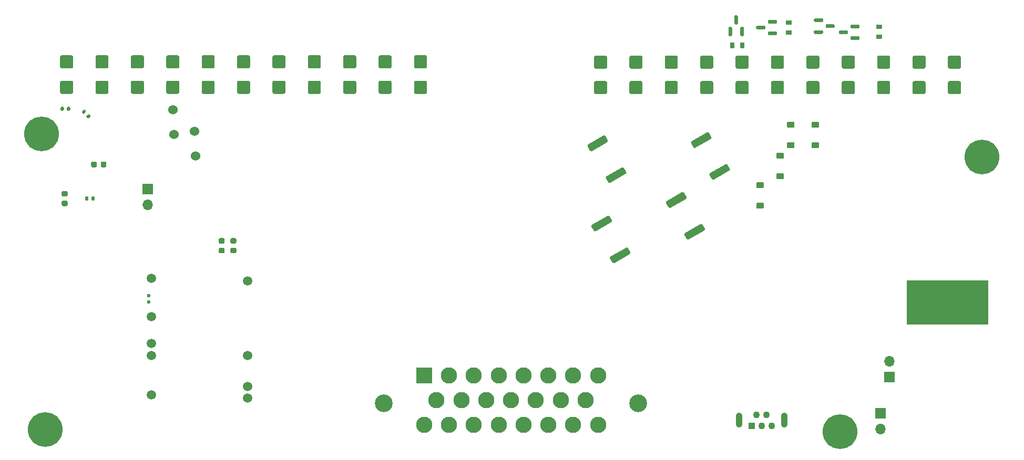
<source format=gbs>
G04 #@! TF.GenerationSoftware,KiCad,Pcbnew,8.0.8-8.0.8-0~ubuntu24.04.1*
G04 #@! TF.CreationDate,2025-02-06T21:48:32+00:00*
G04 #@! TF.ProjectId,VFRECU-VR,56465245-4355-42d5-9652-2e6b69636164,rev?*
G04 #@! TF.SameCoordinates,Original*
G04 #@! TF.FileFunction,Soldermask,Bot*
G04 #@! TF.FilePolarity,Negative*
%FSLAX46Y46*%
G04 Gerber Fmt 4.6, Leading zero omitted, Abs format (unit mm)*
G04 Created by KiCad (PCBNEW 8.0.8-8.0.8-0~ubuntu24.04.1) date 2025-02-06 21:48:32*
%MOMM*%
%LPD*%
G01*
G04 APERTURE LIST*
%ADD10C,0.120000*%
%ADD11C,5.600000*%
%ADD12R,1.700000X1.700000*%
%ADD13O,1.700000X1.700000*%
%ADD14C,1.500000*%
%ADD15C,0.600000*%
%ADD16C,2.850000*%
%ADD17R,2.625000X2.625000*%
%ADD18C,2.625000*%
%ADD19R,1.100000X1.100000*%
%ADD20C,1.100000*%
%ADD21O,1.100000X2.400000*%
%ADD22C,1.524000*%
G04 APERTURE END LIST*
D10*
G04 #@! TO.C,U2*
X156759000Y22030000D02*
X143759000Y22030000D01*
X143759000Y29030000D01*
X156759000Y29030000D01*
X156759000Y22030000D01*
G36*
X156759000Y22030000D02*
G01*
X143759000Y22030000D01*
X143759000Y29030000D01*
X156759000Y29030000D01*
X156759000Y22030000D01*
G37*
G04 #@! TD*
D11*
G04 #@! TO.C,H3*
X5000000Y5000000D03*
G04 #@! TD*
G04 #@! TO.C,H1*
X155885000Y48938000D03*
G04 #@! TD*
D12*
G04 #@! TO.C,JP3*
X139494000Y7635000D03*
D13*
X139494000Y5095000D03*
G04 #@! TD*
D12*
G04 #@! TO.C,JP2*
X21530100Y43771500D03*
D13*
X21530100Y41231500D03*
G04 #@! TD*
D14*
G04 #@! TO.C,M1*
X22089005Y10557001D03*
X22089005Y16956998D03*
X22089005Y18857001D03*
X22089005Y23157001D03*
D15*
X21639006Y25556998D03*
X21639006Y26556999D03*
D14*
X22089005Y29407001D03*
X37589002Y10106999D03*
X37589002Y11956998D03*
X37589002Y16907001D03*
X37589002Y28956999D03*
G04 #@! TD*
D16*
G04 #@! TO.C,J4*
X59507000Y9220000D03*
X100507000Y9220000D03*
D17*
X66007000Y13720000D03*
D18*
X70007000Y13720000D03*
X74007000Y13720000D03*
X78007000Y13720000D03*
X82007000Y13720000D03*
X86007000Y13720000D03*
X90007000Y13720000D03*
X94007000Y13720000D03*
X68007000Y9720000D03*
X72007000Y9720000D03*
X76007000Y9720000D03*
X80007000Y9720000D03*
X84007000Y9720000D03*
X88007000Y9720000D03*
X92007000Y9720000D03*
X66007000Y5720000D03*
X70007000Y5720000D03*
X74007000Y5720000D03*
X78007000Y5720000D03*
X82007000Y5720000D03*
X86007000Y5720000D03*
X90007000Y5720000D03*
X94007000Y5720000D03*
G04 #@! TD*
D11*
G04 #@! TO.C,H2*
X4425000Y52681000D03*
G04 #@! TD*
G04 #@! TO.C,U1*
G36*
G01*
X150375000Y59331001D02*
X150375000Y60930999D01*
G75*
G02*
X150625001Y61181000I250001J0D01*
G01*
X152224999Y61181000D01*
G75*
G02*
X152475000Y60930999I0J-250001D01*
G01*
X152475000Y59331001D01*
G75*
G02*
X152224999Y59081000I-250001J0D01*
G01*
X150625001Y59081000D01*
G75*
G02*
X150375000Y59331001I0J250001D01*
G01*
G37*
G36*
G01*
X144675000Y59331001D02*
X144675000Y60930999D01*
G75*
G02*
X144925001Y61181000I250001J0D01*
G01*
X146524999Y61181000D01*
G75*
G02*
X146775000Y60930999I0J-250001D01*
G01*
X146775000Y59331001D01*
G75*
G02*
X146524999Y59081000I-250001J0D01*
G01*
X144925001Y59081000D01*
G75*
G02*
X144675000Y59331001I0J250001D01*
G01*
G37*
G36*
G01*
X138975000Y59331001D02*
X138975000Y60930999D01*
G75*
G02*
X139225001Y61181000I250001J0D01*
G01*
X140824999Y61181000D01*
G75*
G02*
X141075000Y60930999I0J-250001D01*
G01*
X141075000Y59331001D01*
G75*
G02*
X140824999Y59081000I-250001J0D01*
G01*
X139225001Y59081000D01*
G75*
G02*
X138975000Y59331001I0J250001D01*
G01*
G37*
G36*
G01*
X133275000Y59331001D02*
X133275000Y60930999D01*
G75*
G02*
X133525001Y61181000I250001J0D01*
G01*
X135124999Y61181000D01*
G75*
G02*
X135375000Y60930999I0J-250001D01*
G01*
X135375000Y59331001D01*
G75*
G02*
X135124999Y59081000I-250001J0D01*
G01*
X133525001Y59081000D01*
G75*
G02*
X133275000Y59331001I0J250001D01*
G01*
G37*
G36*
G01*
X127575000Y59331001D02*
X127575000Y60930999D01*
G75*
G02*
X127825001Y61181000I250001J0D01*
G01*
X129424999Y61181000D01*
G75*
G02*
X129675000Y60930999I0J-250001D01*
G01*
X129675000Y59331001D01*
G75*
G02*
X129424999Y59081000I-250001J0D01*
G01*
X127825001Y59081000D01*
G75*
G02*
X127575000Y59331001I0J250001D01*
G01*
G37*
G36*
G01*
X121875000Y59331001D02*
X121875000Y60930999D01*
G75*
G02*
X122125001Y61181000I250001J0D01*
G01*
X123724999Y61181000D01*
G75*
G02*
X123975000Y60930999I0J-250001D01*
G01*
X123975000Y59331001D01*
G75*
G02*
X123724999Y59081000I-250001J0D01*
G01*
X122125001Y59081000D01*
G75*
G02*
X121875000Y59331001I0J250001D01*
G01*
G37*
G36*
G01*
X116175000Y59331001D02*
X116175000Y60930999D01*
G75*
G02*
X116425001Y61181000I250001J0D01*
G01*
X118024999Y61181000D01*
G75*
G02*
X118275000Y60930999I0J-250001D01*
G01*
X118275000Y59331001D01*
G75*
G02*
X118024999Y59081000I-250001J0D01*
G01*
X116425001Y59081000D01*
G75*
G02*
X116175000Y59331001I0J250001D01*
G01*
G37*
G36*
G01*
X110475000Y59331001D02*
X110475000Y60930999D01*
G75*
G02*
X110725001Y61181000I250001J0D01*
G01*
X112324999Y61181000D01*
G75*
G02*
X112575000Y60930999I0J-250001D01*
G01*
X112575000Y59331001D01*
G75*
G02*
X112324999Y59081000I-250001J0D01*
G01*
X110725001Y59081000D01*
G75*
G02*
X110475000Y59331001I0J250001D01*
G01*
G37*
G36*
G01*
X104775000Y59331001D02*
X104775000Y60930999D01*
G75*
G02*
X105025001Y61181000I250001J0D01*
G01*
X106624999Y61181000D01*
G75*
G02*
X106875000Y60930999I0J-250001D01*
G01*
X106875000Y59331001D01*
G75*
G02*
X106624999Y59081000I-250001J0D01*
G01*
X105025001Y59081000D01*
G75*
G02*
X104775000Y59331001I0J250001D01*
G01*
G37*
G36*
G01*
X99075000Y59331001D02*
X99075000Y60930999D01*
G75*
G02*
X99325001Y61181000I250001J0D01*
G01*
X100924999Y61181000D01*
G75*
G02*
X101175000Y60930999I0J-250001D01*
G01*
X101175000Y59331001D01*
G75*
G02*
X100924999Y59081000I-250001J0D01*
G01*
X99325001Y59081000D01*
G75*
G02*
X99075000Y59331001I0J250001D01*
G01*
G37*
G36*
G01*
X93375000Y59331001D02*
X93375000Y60930999D01*
G75*
G02*
X93625001Y61181000I250001J0D01*
G01*
X95224999Y61181000D01*
G75*
G02*
X95475000Y60930999I0J-250001D01*
G01*
X95475000Y59331001D01*
G75*
G02*
X95224999Y59081000I-250001J0D01*
G01*
X93625001Y59081000D01*
G75*
G02*
X93375000Y59331001I0J250001D01*
G01*
G37*
G36*
G01*
X150375000Y63431001D02*
X150375000Y65030999D01*
G75*
G02*
X150625001Y65281000I250001J0D01*
G01*
X152224999Y65281000D01*
G75*
G02*
X152475000Y65030999I0J-250001D01*
G01*
X152475000Y63431001D01*
G75*
G02*
X152224999Y63181000I-250001J0D01*
G01*
X150625001Y63181000D01*
G75*
G02*
X150375000Y63431001I0J250001D01*
G01*
G37*
G36*
G01*
X144675000Y63431001D02*
X144675000Y65030999D01*
G75*
G02*
X144925001Y65281000I250001J0D01*
G01*
X146524999Y65281000D01*
G75*
G02*
X146775000Y65030999I0J-250001D01*
G01*
X146775000Y63431001D01*
G75*
G02*
X146524999Y63181000I-250001J0D01*
G01*
X144925001Y63181000D01*
G75*
G02*
X144675000Y63431001I0J250001D01*
G01*
G37*
G36*
G01*
X138975000Y63431001D02*
X138975000Y65030999D01*
G75*
G02*
X139225001Y65281000I250001J0D01*
G01*
X140824999Y65281000D01*
G75*
G02*
X141075000Y65030999I0J-250001D01*
G01*
X141075000Y63431001D01*
G75*
G02*
X140824999Y63181000I-250001J0D01*
G01*
X139225001Y63181000D01*
G75*
G02*
X138975000Y63431001I0J250001D01*
G01*
G37*
G36*
G01*
X133275000Y63431001D02*
X133275000Y65030999D01*
G75*
G02*
X133525001Y65281000I250001J0D01*
G01*
X135124999Y65281000D01*
G75*
G02*
X135375000Y65030999I0J-250001D01*
G01*
X135375000Y63431001D01*
G75*
G02*
X135124999Y63181000I-250001J0D01*
G01*
X133525001Y63181000D01*
G75*
G02*
X133275000Y63431001I0J250001D01*
G01*
G37*
G36*
G01*
X127575000Y63431001D02*
X127575000Y65030999D01*
G75*
G02*
X127825001Y65281000I250001J0D01*
G01*
X129424999Y65281000D01*
G75*
G02*
X129675000Y65030999I0J-250001D01*
G01*
X129675000Y63431001D01*
G75*
G02*
X129424999Y63181000I-250001J0D01*
G01*
X127825001Y63181000D01*
G75*
G02*
X127575000Y63431001I0J250001D01*
G01*
G37*
G36*
G01*
X121875000Y63431001D02*
X121875000Y65030999D01*
G75*
G02*
X122125001Y65281000I250001J0D01*
G01*
X123724999Y65281000D01*
G75*
G02*
X123975000Y65030999I0J-250001D01*
G01*
X123975000Y63431001D01*
G75*
G02*
X123724999Y63181000I-250001J0D01*
G01*
X122125001Y63181000D01*
G75*
G02*
X121875000Y63431001I0J250001D01*
G01*
G37*
G36*
G01*
X116175000Y63431001D02*
X116175000Y65030999D01*
G75*
G02*
X116425001Y65281000I250001J0D01*
G01*
X118024999Y65281000D01*
G75*
G02*
X118275000Y65030999I0J-250001D01*
G01*
X118275000Y63431001D01*
G75*
G02*
X118024999Y63181000I-250001J0D01*
G01*
X116425001Y63181000D01*
G75*
G02*
X116175000Y63431001I0J250001D01*
G01*
G37*
G36*
G01*
X110475000Y63431001D02*
X110475000Y65030999D01*
G75*
G02*
X110725001Y65281000I250001J0D01*
G01*
X112324999Y65281000D01*
G75*
G02*
X112575000Y65030999I0J-250001D01*
G01*
X112575000Y63431001D01*
G75*
G02*
X112324999Y63181000I-250001J0D01*
G01*
X110725001Y63181000D01*
G75*
G02*
X110475000Y63431001I0J250001D01*
G01*
G37*
G36*
G01*
X104775000Y63431001D02*
X104775000Y65030999D01*
G75*
G02*
X105025001Y65281000I250001J0D01*
G01*
X106624999Y65281000D01*
G75*
G02*
X106875000Y65030999I0J-250001D01*
G01*
X106875000Y63431001D01*
G75*
G02*
X106624999Y63181000I-250001J0D01*
G01*
X105025001Y63181000D01*
G75*
G02*
X104775000Y63431001I0J250001D01*
G01*
G37*
G36*
G01*
X99075000Y63431001D02*
X99075000Y65030999D01*
G75*
G02*
X99325001Y65281000I250001J0D01*
G01*
X100924999Y65281000D01*
G75*
G02*
X101175000Y65030999I0J-250001D01*
G01*
X101175000Y63431001D01*
G75*
G02*
X100924999Y63181000I-250001J0D01*
G01*
X99325001Y63181000D01*
G75*
G02*
X99075000Y63431001I0J250001D01*
G01*
G37*
G36*
G01*
X93375000Y63431001D02*
X93375000Y65030999D01*
G75*
G02*
X93625001Y65281000I250001J0D01*
G01*
X95224999Y65281000D01*
G75*
G02*
X95475000Y65030999I0J-250001D01*
G01*
X95475000Y63431001D01*
G75*
G02*
X95224999Y63181000I-250001J0D01*
G01*
X93625001Y63181000D01*
G75*
G02*
X93375000Y63431001I0J250001D01*
G01*
G37*
G36*
G01*
X64375000Y59381001D02*
X64375000Y60980999D01*
G75*
G02*
X64625001Y61231000I250001J0D01*
G01*
X66224999Y61231000D01*
G75*
G02*
X66475000Y60980999I0J-250001D01*
G01*
X66475000Y59381001D01*
G75*
G02*
X66224999Y59131000I-250001J0D01*
G01*
X64625001Y59131000D01*
G75*
G02*
X64375000Y59381001I0J250001D01*
G01*
G37*
G36*
G01*
X58675000Y59381001D02*
X58675000Y60980999D01*
G75*
G02*
X58925001Y61231000I250001J0D01*
G01*
X60524999Y61231000D01*
G75*
G02*
X60775000Y60980999I0J-250001D01*
G01*
X60775000Y59381001D01*
G75*
G02*
X60524999Y59131000I-250001J0D01*
G01*
X58925001Y59131000D01*
G75*
G02*
X58675000Y59381001I0J250001D01*
G01*
G37*
G36*
G01*
X52975000Y59381001D02*
X52975000Y60980999D01*
G75*
G02*
X53225001Y61231000I250001J0D01*
G01*
X54824999Y61231000D01*
G75*
G02*
X55075000Y60980999I0J-250001D01*
G01*
X55075000Y59381001D01*
G75*
G02*
X54824999Y59131000I-250001J0D01*
G01*
X53225001Y59131000D01*
G75*
G02*
X52975000Y59381001I0J250001D01*
G01*
G37*
G36*
G01*
X47275000Y59381001D02*
X47275000Y60980999D01*
G75*
G02*
X47525001Y61231000I250001J0D01*
G01*
X49124999Y61231000D01*
G75*
G02*
X49375000Y60980999I0J-250001D01*
G01*
X49375000Y59381001D01*
G75*
G02*
X49124999Y59131000I-250001J0D01*
G01*
X47525001Y59131000D01*
G75*
G02*
X47275000Y59381001I0J250001D01*
G01*
G37*
G36*
G01*
X41575000Y59381001D02*
X41575000Y60980999D01*
G75*
G02*
X41825001Y61231000I250001J0D01*
G01*
X43424999Y61231000D01*
G75*
G02*
X43675000Y60980999I0J-250001D01*
G01*
X43675000Y59381001D01*
G75*
G02*
X43424999Y59131000I-250001J0D01*
G01*
X41825001Y59131000D01*
G75*
G02*
X41575000Y59381001I0J250001D01*
G01*
G37*
G36*
G01*
X35875000Y59381001D02*
X35875000Y60980999D01*
G75*
G02*
X36125001Y61231000I250001J0D01*
G01*
X37724999Y61231000D01*
G75*
G02*
X37975000Y60980999I0J-250001D01*
G01*
X37975000Y59381001D01*
G75*
G02*
X37724999Y59131000I-250001J0D01*
G01*
X36125001Y59131000D01*
G75*
G02*
X35875000Y59381001I0J250001D01*
G01*
G37*
G36*
G01*
X30175000Y59381001D02*
X30175000Y60980999D01*
G75*
G02*
X30425001Y61231000I250001J0D01*
G01*
X32024999Y61231000D01*
G75*
G02*
X32275000Y60980999I0J-250001D01*
G01*
X32275000Y59381001D01*
G75*
G02*
X32024999Y59131000I-250001J0D01*
G01*
X30425001Y59131000D01*
G75*
G02*
X30175000Y59381001I0J250001D01*
G01*
G37*
G36*
G01*
X24475000Y59381001D02*
X24475000Y60980999D01*
G75*
G02*
X24725001Y61231000I250001J0D01*
G01*
X26324999Y61231000D01*
G75*
G02*
X26575000Y60980999I0J-250001D01*
G01*
X26575000Y59381001D01*
G75*
G02*
X26324999Y59131000I-250001J0D01*
G01*
X24725001Y59131000D01*
G75*
G02*
X24475000Y59381001I0J250001D01*
G01*
G37*
G36*
G01*
X18775000Y59381001D02*
X18775000Y60980999D01*
G75*
G02*
X19025001Y61231000I250001J0D01*
G01*
X20624999Y61231000D01*
G75*
G02*
X20875000Y60980999I0J-250001D01*
G01*
X20875000Y59381001D01*
G75*
G02*
X20624999Y59131000I-250001J0D01*
G01*
X19025001Y59131000D01*
G75*
G02*
X18775000Y59381001I0J250001D01*
G01*
G37*
G36*
G01*
X13075000Y59381001D02*
X13075000Y60980999D01*
G75*
G02*
X13325001Y61231000I250001J0D01*
G01*
X14924999Y61231000D01*
G75*
G02*
X15175000Y60980999I0J-250001D01*
G01*
X15175000Y59381001D01*
G75*
G02*
X14924999Y59131000I-250001J0D01*
G01*
X13325001Y59131000D01*
G75*
G02*
X13075000Y59381001I0J250001D01*
G01*
G37*
G36*
G01*
X7375000Y59381001D02*
X7375000Y60980999D01*
G75*
G02*
X7625001Y61231000I250001J0D01*
G01*
X9224999Y61231000D01*
G75*
G02*
X9475000Y60980999I0J-250001D01*
G01*
X9475000Y59381001D01*
G75*
G02*
X9224999Y59131000I-250001J0D01*
G01*
X7625001Y59131000D01*
G75*
G02*
X7375000Y59381001I0J250001D01*
G01*
G37*
G36*
G01*
X64375000Y63481001D02*
X64375000Y65080999D01*
G75*
G02*
X64625001Y65331000I250001J0D01*
G01*
X66224999Y65331000D01*
G75*
G02*
X66475000Y65080999I0J-250001D01*
G01*
X66475000Y63481001D01*
G75*
G02*
X66224999Y63231000I-250001J0D01*
G01*
X64625001Y63231000D01*
G75*
G02*
X64375000Y63481001I0J250001D01*
G01*
G37*
G36*
G01*
X58675000Y63481001D02*
X58675000Y65080999D01*
G75*
G02*
X58925001Y65331000I250001J0D01*
G01*
X60524999Y65331000D01*
G75*
G02*
X60775000Y65080999I0J-250001D01*
G01*
X60775000Y63481001D01*
G75*
G02*
X60524999Y63231000I-250001J0D01*
G01*
X58925001Y63231000D01*
G75*
G02*
X58675000Y63481001I0J250001D01*
G01*
G37*
G36*
G01*
X52975000Y63481001D02*
X52975000Y65080999D01*
G75*
G02*
X53225001Y65331000I250001J0D01*
G01*
X54824999Y65331000D01*
G75*
G02*
X55075000Y65080999I0J-250001D01*
G01*
X55075000Y63481001D01*
G75*
G02*
X54824999Y63231000I-250001J0D01*
G01*
X53225001Y63231000D01*
G75*
G02*
X52975000Y63481001I0J250001D01*
G01*
G37*
G36*
G01*
X47275000Y63481001D02*
X47275000Y65080999D01*
G75*
G02*
X47525001Y65331000I250001J0D01*
G01*
X49124999Y65331000D01*
G75*
G02*
X49375000Y65080999I0J-250001D01*
G01*
X49375000Y63481001D01*
G75*
G02*
X49124999Y63231000I-250001J0D01*
G01*
X47525001Y63231000D01*
G75*
G02*
X47275000Y63481001I0J250001D01*
G01*
G37*
G36*
G01*
X41575000Y63481001D02*
X41575000Y65080999D01*
G75*
G02*
X41825001Y65331000I250001J0D01*
G01*
X43424999Y65331000D01*
G75*
G02*
X43675000Y65080999I0J-250001D01*
G01*
X43675000Y63481001D01*
G75*
G02*
X43424999Y63231000I-250001J0D01*
G01*
X41825001Y63231000D01*
G75*
G02*
X41575000Y63481001I0J250001D01*
G01*
G37*
G36*
G01*
X35875000Y63481001D02*
X35875000Y65080999D01*
G75*
G02*
X36125001Y65331000I250001J0D01*
G01*
X37724999Y65331000D01*
G75*
G02*
X37975000Y65080999I0J-250001D01*
G01*
X37975000Y63481001D01*
G75*
G02*
X37724999Y63231000I-250001J0D01*
G01*
X36125001Y63231000D01*
G75*
G02*
X35875000Y63481001I0J250001D01*
G01*
G37*
G36*
G01*
X30175000Y63481001D02*
X30175000Y65080999D01*
G75*
G02*
X30425001Y65331000I250001J0D01*
G01*
X32024999Y65331000D01*
G75*
G02*
X32275000Y65080999I0J-250001D01*
G01*
X32275000Y63481001D01*
G75*
G02*
X32024999Y63231000I-250001J0D01*
G01*
X30425001Y63231000D01*
G75*
G02*
X30175000Y63481001I0J250001D01*
G01*
G37*
G36*
G01*
X24475000Y63481001D02*
X24475000Y65080999D01*
G75*
G02*
X24725001Y65331000I250001J0D01*
G01*
X26324999Y65331000D01*
G75*
G02*
X26575000Y65080999I0J-250001D01*
G01*
X26575000Y63481001D01*
G75*
G02*
X26324999Y63231000I-250001J0D01*
G01*
X24725001Y63231000D01*
G75*
G02*
X24475000Y63481001I0J250001D01*
G01*
G37*
G36*
G01*
X18775000Y63481001D02*
X18775000Y65080999D01*
G75*
G02*
X19025001Y65331000I250001J0D01*
G01*
X20624999Y65331000D01*
G75*
G02*
X20875000Y65080999I0J-250001D01*
G01*
X20875000Y63481001D01*
G75*
G02*
X20624999Y63231000I-250001J0D01*
G01*
X19025001Y63231000D01*
G75*
G02*
X18775000Y63481001I0J250001D01*
G01*
G37*
G36*
G01*
X13075000Y63481001D02*
X13075000Y65080999D01*
G75*
G02*
X13325001Y65331000I250001J0D01*
G01*
X14924999Y65331000D01*
G75*
G02*
X15175000Y65080999I0J-250001D01*
G01*
X15175000Y63481001D01*
G75*
G02*
X14924999Y63231000I-250001J0D01*
G01*
X13325001Y63231000D01*
G75*
G02*
X13075000Y63481001I0J250001D01*
G01*
G37*
G36*
G01*
X7375000Y63481001D02*
X7375000Y65080999D01*
G75*
G02*
X7625001Y65331000I250001J0D01*
G01*
X9224999Y65331000D01*
G75*
G02*
X9475000Y65080999I0J-250001D01*
G01*
X9475000Y63481001D01*
G75*
G02*
X9224999Y63231000I-250001J0D01*
G01*
X7625001Y63231000D01*
G75*
G02*
X7375000Y63481001I0J250001D01*
G01*
G37*
G04 #@! TD*
D12*
G04 #@! TO.C,JP1*
X140970000Y13451000D03*
D13*
X140970000Y15991000D03*
G04 #@! TD*
D11*
G04 #@! TO.C,H4*
X132960000Y4651000D03*
G04 #@! TD*
D19*
G04 #@! TO.C,J8*
X118752000Y5627000D03*
D20*
X119552000Y7377000D03*
X120352000Y5627000D03*
X121152000Y7377000D03*
X121952000Y5627000D03*
D21*
X116702000Y6502000D03*
X124002000Y6502000D03*
G04 #@! TD*
D22*
G04 #@! TO.C,F2*
X25517588Y56584412D03*
X28982412Y53119588D03*
G04 #@! TD*
G04 #@! TO.C,F1*
X25723588Y52557412D03*
X29188412Y49092588D03*
G04 #@! TD*
G04 #@! TO.C,C7*
G36*
G01*
X35036740Y35867740D02*
X35536740Y35867740D01*
G75*
G02*
X35761740Y35642740I0J-225000D01*
G01*
X35761740Y35192740D01*
G75*
G02*
X35536740Y34967740I-225000J0D01*
G01*
X35036740Y34967740D01*
G75*
G02*
X34811740Y35192740I0J225000D01*
G01*
X34811740Y35642740D01*
G75*
G02*
X35036740Y35867740I225000J0D01*
G01*
G37*
G36*
G01*
X35036740Y34317740D02*
X35536740Y34317740D01*
G75*
G02*
X35761740Y34092740I0J-225000D01*
G01*
X35761740Y33642740D01*
G75*
G02*
X35536740Y33417740I-225000J0D01*
G01*
X35036740Y33417740D01*
G75*
G02*
X34811740Y33642740I0J225000D01*
G01*
X34811740Y34092740D01*
G75*
G02*
X35036740Y34317740I225000J0D01*
G01*
G37*
G04 #@! TD*
G04 #@! TO.C,C9*
G36*
G01*
X12382000Y47483000D02*
X12382000Y47983000D01*
G75*
G02*
X12607000Y48208000I225000J0D01*
G01*
X13057000Y48208000D01*
G75*
G02*
X13282000Y47983000I0J-225000D01*
G01*
X13282000Y47483000D01*
G75*
G02*
X13057000Y47258000I-225000J0D01*
G01*
X12607000Y47258000D01*
G75*
G02*
X12382000Y47483000I0J225000D01*
G01*
G37*
G36*
G01*
X13932000Y47483000D02*
X13932000Y47983000D01*
G75*
G02*
X14157000Y48208000I225000J0D01*
G01*
X14607000Y48208000D01*
G75*
G02*
X14832000Y47983000I0J-225000D01*
G01*
X14832000Y47483000D01*
G75*
G02*
X14607000Y47258000I-225000J0D01*
G01*
X14157000Y47258000D01*
G75*
G02*
X13932000Y47483000I0J225000D01*
G01*
G37*
G04 #@! TD*
G04 #@! TO.C,R42*
G36*
G01*
X7448120Y56527800D02*
X7448120Y56897800D01*
G75*
G02*
X7583120Y57032800I135000J0D01*
G01*
X7853120Y57032800D01*
G75*
G02*
X7988120Y56897800I0J-135000D01*
G01*
X7988120Y56527800D01*
G75*
G02*
X7853120Y56392800I-135000J0D01*
G01*
X7583120Y56392800D01*
G75*
G02*
X7448120Y56527800I0J135000D01*
G01*
G37*
G36*
G01*
X8468120Y56527800D02*
X8468120Y56897800D01*
G75*
G02*
X8603120Y57032800I135000J0D01*
G01*
X8873120Y57032800D01*
G75*
G02*
X9008120Y56897800I0J-135000D01*
G01*
X9008120Y56527800D01*
G75*
G02*
X8873120Y56392800I-135000J0D01*
G01*
X8603120Y56392800D01*
G75*
G02*
X8468120Y56527800I0J135000D01*
G01*
G37*
G04 #@! TD*
G04 #@! TO.C,R16*
G36*
G01*
X117593000Y67354000D02*
X117593000Y66574000D01*
G75*
G02*
X117523000Y66504000I-70000J0D01*
G01*
X116963000Y66504000D01*
G75*
G02*
X116893000Y66574000I0J70000D01*
G01*
X116893000Y67354000D01*
G75*
G02*
X116963000Y67424000I70000J0D01*
G01*
X117523000Y67424000D01*
G75*
G02*
X117593000Y67354000I0J-70000D01*
G01*
G37*
G36*
G01*
X115993000Y67354000D02*
X115993000Y66574000D01*
G75*
G02*
X115923000Y66504000I-70000J0D01*
G01*
X115363000Y66504000D01*
G75*
G02*
X115293000Y66574000I0J70000D01*
G01*
X115293000Y67354000D01*
G75*
G02*
X115363000Y67424000I70000J0D01*
G01*
X115923000Y67424000D01*
G75*
G02*
X115993000Y67354000I0J-70000D01*
G01*
G37*
G04 #@! TD*
G04 #@! TO.C,D2*
G36*
G01*
X129517000Y50373000D02*
X128497000Y50373000D01*
G75*
G02*
X128407000Y50463000I0J90000D01*
G01*
X128407000Y51183000D01*
G75*
G02*
X128497000Y51273000I90000J0D01*
G01*
X129517000Y51273000D01*
G75*
G02*
X129607000Y51183000I0J-90000D01*
G01*
X129607000Y50463000D01*
G75*
G02*
X129517000Y50373000I-90000J0D01*
G01*
G37*
G36*
G01*
X129517000Y53673000D02*
X128497000Y53673000D01*
G75*
G02*
X128407000Y53763000I0J90000D01*
G01*
X128407000Y54483000D01*
G75*
G02*
X128497000Y54573000I90000J0D01*
G01*
X129517000Y54573000D01*
G75*
G02*
X129607000Y54483000I0J-90000D01*
G01*
X129607000Y53763000D01*
G75*
G02*
X129517000Y53673000I-90000J0D01*
G01*
G37*
G04 #@! TD*
G04 #@! TO.C,D5*
G36*
G01*
X125572000Y50400000D02*
X124552000Y50400000D01*
G75*
G02*
X124462000Y50490000I0J90000D01*
G01*
X124462000Y51210000D01*
G75*
G02*
X124552000Y51300000I90000J0D01*
G01*
X125572000Y51300000D01*
G75*
G02*
X125662000Y51210000I0J-90000D01*
G01*
X125662000Y50490000D01*
G75*
G02*
X125572000Y50400000I-90000J0D01*
G01*
G37*
G36*
G01*
X125572000Y53700000D02*
X124552000Y53700000D01*
G75*
G02*
X124462000Y53790000I0J90000D01*
G01*
X124462000Y54510000D01*
G75*
G02*
X124552000Y54600000I90000J0D01*
G01*
X125572000Y54600000D01*
G75*
G02*
X125662000Y54510000I0J-90000D01*
G01*
X125662000Y53790000D01*
G75*
G02*
X125572000Y53700000I-90000J0D01*
G01*
G37*
G04 #@! TD*
G04 #@! TO.C,R26*
G36*
G01*
X124352072Y70957000D02*
X125132072Y70957000D01*
G75*
G02*
X125202072Y70887000I0J-70000D01*
G01*
X125202072Y70327000D01*
G75*
G02*
X125132072Y70257000I-70000J0D01*
G01*
X124352072Y70257000D01*
G75*
G02*
X124282072Y70327000I0J70000D01*
G01*
X124282072Y70887000D01*
G75*
G02*
X124352072Y70957000I70000J0D01*
G01*
G37*
G36*
G01*
X124352072Y69357000D02*
X125132072Y69357000D01*
G75*
G02*
X125202072Y69287000I0J-70000D01*
G01*
X125202072Y68727000D01*
G75*
G02*
X125132072Y68657000I-70000J0D01*
G01*
X124352072Y68657000D01*
G75*
G02*
X124282072Y68727000I0J70000D01*
G01*
X124282072Y69287000D01*
G75*
G02*
X124352072Y69357000I70000J0D01*
G01*
G37*
G04 #@! TD*
G04 #@! TO.C,R41*
G36*
G01*
X10888403Y56287708D02*
X11150032Y56549337D01*
G75*
G02*
X11340950Y56549337I95459J-95459D01*
G01*
X11531869Y56358418D01*
G75*
G02*
X11531869Y56167500I-95459J-95459D01*
G01*
X11270240Y55905871D01*
G75*
G02*
X11079322Y55905871I-95459J95459D01*
G01*
X10888403Y56096790D01*
G75*
G02*
X10888403Y56287708I95459J95459D01*
G01*
G37*
G36*
G01*
X11609651Y55566460D02*
X11871280Y55828089D01*
G75*
G02*
X12062198Y55828089I95459J-95459D01*
G01*
X12253117Y55637170D01*
G75*
G02*
X12253117Y55446252I-95459J-95459D01*
G01*
X11991488Y55184623D01*
G75*
G02*
X11800570Y55184623I-95459J95459D01*
G01*
X11609651Y55375542D01*
G75*
G02*
X11609651Y55566460I95459J95459D01*
G01*
G37*
G04 #@! TD*
G04 #@! TO.C,D3*
G36*
G01*
X120617000Y40633000D02*
X119597000Y40633000D01*
G75*
G02*
X119507000Y40723000I0J90000D01*
G01*
X119507000Y41443000D01*
G75*
G02*
X119597000Y41533000I90000J0D01*
G01*
X120617000Y41533000D01*
G75*
G02*
X120707000Y41443000I0J-90000D01*
G01*
X120707000Y40723000D01*
G75*
G02*
X120617000Y40633000I-90000J0D01*
G01*
G37*
G36*
G01*
X120617000Y43933000D02*
X119597000Y43933000D01*
G75*
G02*
X119507000Y44023000I0J90000D01*
G01*
X119507000Y44743000D01*
G75*
G02*
X119597000Y44833000I90000J0D01*
G01*
X120617000Y44833000D01*
G75*
G02*
X120707000Y44743000I0J-90000D01*
G01*
X120707000Y44023000D01*
G75*
G02*
X120617000Y43933000I-90000J0D01*
G01*
G37*
G04 #@! TD*
G04 #@! TO.C,R12*
G36*
G01*
X115147336Y46715060D02*
X112679164Y45290060D01*
G75*
G02*
X112337658Y45381566I-125000J216506D01*
G01*
X111975158Y46009434D01*
G75*
G02*
X112066664Y46350940I216506J125000D01*
G01*
X114534836Y47775940D01*
G75*
G02*
X114876342Y47684434I125000J-216506D01*
G01*
X115238842Y47056566D01*
G75*
G02*
X115147336Y46715060I-216506J-125000D01*
G01*
G37*
G36*
G01*
X112184836Y51846260D02*
X109716664Y50421260D01*
G75*
G02*
X109375158Y50512766I-125000J216506D01*
G01*
X109012658Y51140634D01*
G75*
G02*
X109104164Y51482140I216506J125000D01*
G01*
X111572336Y52907140D01*
G75*
G02*
X111913842Y52815634I125000J-216506D01*
G01*
X112276342Y52187766D01*
G75*
G02*
X112184836Y51846260I-216506J-125000D01*
G01*
G37*
G04 #@! TD*
G04 #@! TO.C,C6*
G36*
G01*
X33157000Y35858000D02*
X33657000Y35858000D01*
G75*
G02*
X33882000Y35633000I0J-225000D01*
G01*
X33882000Y35183000D01*
G75*
G02*
X33657000Y34958000I-225000J0D01*
G01*
X33157000Y34958000D01*
G75*
G02*
X32932000Y35183000I0J225000D01*
G01*
X32932000Y35633000D01*
G75*
G02*
X33157000Y35858000I225000J0D01*
G01*
G37*
G36*
G01*
X33157000Y34308000D02*
X33657000Y34308000D01*
G75*
G02*
X33882000Y34083000I0J-225000D01*
G01*
X33882000Y33633000D01*
G75*
G02*
X33657000Y33408000I-225000J0D01*
G01*
X33157000Y33408000D01*
G75*
G02*
X32932000Y33633000I0J225000D01*
G01*
X32932000Y34083000D01*
G75*
G02*
X33157000Y34308000I225000J0D01*
G01*
G37*
G04 #@! TD*
G04 #@! TO.C,D4*
G36*
G01*
X123868000Y45394000D02*
X122848000Y45394000D01*
G75*
G02*
X122758000Y45484000I0J90000D01*
G01*
X122758000Y46204000D01*
G75*
G02*
X122848000Y46294000I90000J0D01*
G01*
X123868000Y46294000D01*
G75*
G02*
X123958000Y46204000I0J-90000D01*
G01*
X123958000Y45484000D01*
G75*
G02*
X123868000Y45394000I-90000J0D01*
G01*
G37*
G36*
G01*
X123868000Y48694000D02*
X122848000Y48694000D01*
G75*
G02*
X122758000Y48784000I0J90000D01*
G01*
X122758000Y49504000D01*
G75*
G02*
X122848000Y49594000I90000J0D01*
G01*
X123868000Y49594000D01*
G75*
G02*
X123958000Y49504000I0J-90000D01*
G01*
X123958000Y48784000D01*
G75*
G02*
X123868000Y48694000I-90000J0D01*
G01*
G37*
G04 #@! TD*
G04 #@! TO.C,D7*
G36*
G01*
X117371000Y68426000D02*
X117071000Y68426000D01*
G75*
G02*
X116921000Y68576000I0J150000D01*
G01*
X116921000Y69751000D01*
G75*
G02*
X117071000Y69901000I150000J0D01*
G01*
X117371000Y69901000D01*
G75*
G02*
X117521000Y69751000I0J-150000D01*
G01*
X117521000Y68576000D01*
G75*
G02*
X117371000Y68426000I-150000J0D01*
G01*
G37*
G36*
G01*
X116421000Y70301000D02*
X116121000Y70301000D01*
G75*
G02*
X115971000Y70451000I0J150000D01*
G01*
X115971000Y71626000D01*
G75*
G02*
X116121000Y71776000I150000J0D01*
G01*
X116421000Y71776000D01*
G75*
G02*
X116571000Y71626000I0J-150000D01*
G01*
X116571000Y70451000D01*
G75*
G02*
X116421000Y70301000I-150000J0D01*
G01*
G37*
G36*
G01*
X115471000Y68426000D02*
X115171000Y68426000D01*
G75*
G02*
X115021000Y68576000I0J150000D01*
G01*
X115021000Y69751000D01*
G75*
G02*
X115171000Y69901000I150000J0D01*
G01*
X115471000Y69901000D01*
G75*
G02*
X115621000Y69751000I0J-150000D01*
G01*
X115621000Y68576000D01*
G75*
G02*
X115471000Y68426000I-150000J0D01*
G01*
G37*
G04 #@! TD*
G04 #@! TO.C,R25*
G36*
G01*
X138885000Y70283000D02*
X139665000Y70283000D01*
G75*
G02*
X139735000Y70213000I0J-70000D01*
G01*
X139735000Y69653000D01*
G75*
G02*
X139665000Y69583000I-70000J0D01*
G01*
X138885000Y69583000D01*
G75*
G02*
X138815000Y69653000I0J70000D01*
G01*
X138815000Y70213000D01*
G75*
G02*
X138885000Y70283000I70000J0D01*
G01*
G37*
G36*
G01*
X138885000Y68683000D02*
X139665000Y68683000D01*
G75*
G02*
X139735000Y68613000I0J-70000D01*
G01*
X139735000Y68053000D01*
G75*
G02*
X139665000Y67983000I-70000J0D01*
G01*
X138885000Y67983000D01*
G75*
G02*
X138815000Y68053000I0J70000D01*
G01*
X138815000Y68613000D01*
G75*
G02*
X138885000Y68683000I70000J0D01*
G01*
G37*
G04 #@! TD*
G04 #@! TO.C,R18*
G36*
G01*
X98465586Y46196460D02*
X95997414Y44771460D01*
G75*
G02*
X95655908Y44862966I-125000J216506D01*
G01*
X95293408Y45490834D01*
G75*
G02*
X95384914Y45832340I216506J125000D01*
G01*
X97853086Y47257340D01*
G75*
G02*
X98194592Y47165834I125000J-216506D01*
G01*
X98557092Y46537966D01*
G75*
G02*
X98465586Y46196460I-216506J-125000D01*
G01*
G37*
G36*
G01*
X95503086Y51327660D02*
X93034914Y49902660D01*
G75*
G02*
X92693408Y49994166I-125000J216506D01*
G01*
X92330908Y50622034D01*
G75*
G02*
X92422414Y50963540I216506J125000D01*
G01*
X94890586Y52388540D01*
G75*
G02*
X95232092Y52297034I125000J-216506D01*
G01*
X95594592Y51669166D01*
G75*
G02*
X95503086Y51327660I-216506J-125000D01*
G01*
G37*
G04 #@! TD*
G04 #@! TO.C,R13*
G36*
G01*
X99118586Y33268460D02*
X96650414Y31843460D01*
G75*
G02*
X96308908Y31934966I-125000J216506D01*
G01*
X95946408Y32562834D01*
G75*
G02*
X96037914Y32904340I216506J125000D01*
G01*
X98506086Y34329340D01*
G75*
G02*
X98847592Y34237834I125000J-216506D01*
G01*
X99210092Y33609966D01*
G75*
G02*
X99118586Y33268460I-216506J-125000D01*
G01*
G37*
G36*
G01*
X96156086Y38399660D02*
X93687914Y36974660D01*
G75*
G02*
X93346408Y37066166I-125000J216506D01*
G01*
X92983908Y37694034D01*
G75*
G02*
X93075414Y38035540I216506J125000D01*
G01*
X95543586Y39460540D01*
G75*
G02*
X95885092Y39369034I125000J-216506D01*
G01*
X96247592Y38741166D01*
G75*
G02*
X96156086Y38399660I-216506J-125000D01*
G01*
G37*
G04 #@! TD*
G04 #@! TO.C,Q12*
G36*
G01*
X122832000Y70907000D02*
X122832000Y70607000D01*
G75*
G02*
X122682000Y70457000I-150000J0D01*
G01*
X121507000Y70457000D01*
G75*
G02*
X121357000Y70607000I0J150000D01*
G01*
X121357000Y70907000D01*
G75*
G02*
X121507000Y71057000I150000J0D01*
G01*
X122682000Y71057000D01*
G75*
G02*
X122832000Y70907000I0J-150000D01*
G01*
G37*
G36*
G01*
X120957000Y69957000D02*
X120957000Y69657000D01*
G75*
G02*
X120807000Y69507000I-150000J0D01*
G01*
X119632000Y69507000D01*
G75*
G02*
X119482000Y69657000I0J150000D01*
G01*
X119482000Y69957000D01*
G75*
G02*
X119632000Y70107000I150000J0D01*
G01*
X120807000Y70107000D01*
G75*
G02*
X120957000Y69957000I0J-150000D01*
G01*
G37*
G36*
G01*
X122832000Y69007000D02*
X122832000Y68707000D01*
G75*
G02*
X122682000Y68557000I-150000J0D01*
G01*
X121507000Y68557000D01*
G75*
G02*
X121357000Y68707000I0J150000D01*
G01*
X121357000Y69007000D01*
G75*
G02*
X121507000Y69157000I150000J0D01*
G01*
X122682000Y69157000D01*
G75*
G02*
X122832000Y69007000I0J-150000D01*
G01*
G37*
G04 #@! TD*
G04 #@! TO.C,C8*
G36*
G01*
X7857000Y43458000D02*
X8357000Y43458000D01*
G75*
G02*
X8582000Y43233000I0J-225000D01*
G01*
X8582000Y42783000D01*
G75*
G02*
X8357000Y42558000I-225000J0D01*
G01*
X7857000Y42558000D01*
G75*
G02*
X7632000Y42783000I0J225000D01*
G01*
X7632000Y43233000D01*
G75*
G02*
X7857000Y43458000I225000J0D01*
G01*
G37*
G36*
G01*
X7857000Y41908000D02*
X8357000Y41908000D01*
G75*
G02*
X8582000Y41683000I0J-225000D01*
G01*
X8582000Y41233000D01*
G75*
G02*
X8357000Y41008000I-225000J0D01*
G01*
X7857000Y41008000D01*
G75*
G02*
X7632000Y41233000I0J225000D01*
G01*
X7632000Y41683000D01*
G75*
G02*
X7857000Y41908000I225000J0D01*
G01*
G37*
G04 #@! TD*
G04 #@! TO.C,D6*
G36*
G01*
X128802000Y68930000D02*
X128802000Y69230000D01*
G75*
G02*
X128952000Y69380000I150000J0D01*
G01*
X130127000Y69380000D01*
G75*
G02*
X130277000Y69230000I0J-150000D01*
G01*
X130277000Y68930000D01*
G75*
G02*
X130127000Y68780000I-150000J0D01*
G01*
X128952000Y68780000D01*
G75*
G02*
X128802000Y68930000I0J150000D01*
G01*
G37*
G36*
G01*
X130677000Y69880000D02*
X130677000Y70180000D01*
G75*
G02*
X130827000Y70330000I150000J0D01*
G01*
X132002000Y70330000D01*
G75*
G02*
X132152000Y70180000I0J-150000D01*
G01*
X132152000Y69880000D01*
G75*
G02*
X132002000Y69730000I-150000J0D01*
G01*
X130827000Y69730000D01*
G75*
G02*
X130677000Y69880000I0J150000D01*
G01*
G37*
G36*
G01*
X128802000Y70830000D02*
X128802000Y71130000D01*
G75*
G02*
X128952000Y71280000I150000J0D01*
G01*
X130127000Y71280000D01*
G75*
G02*
X130277000Y71130000I0J-150000D01*
G01*
X130277000Y70830000D01*
G75*
G02*
X130127000Y70680000I-150000J0D01*
G01*
X128952000Y70680000D01*
G75*
G02*
X128802000Y70830000I0J150000D01*
G01*
G37*
G04 #@! TD*
G04 #@! TO.C,R14*
G36*
G01*
X111119586Y37056460D02*
X108651414Y35631460D01*
G75*
G02*
X108309908Y35722966I-125000J216506D01*
G01*
X107947408Y36350834D01*
G75*
G02*
X108038914Y36692340I216506J125000D01*
G01*
X110507086Y38117340D01*
G75*
G02*
X110848592Y38025834I125000J-216506D01*
G01*
X111211092Y37397966D01*
G75*
G02*
X111119586Y37056460I-216506J-125000D01*
G01*
G37*
G36*
G01*
X108157086Y42187660D02*
X105688914Y40762660D01*
G75*
G02*
X105347408Y40854166I-125000J216506D01*
G01*
X104984908Y41482034D01*
G75*
G02*
X105076414Y41823540I216506J125000D01*
G01*
X107544586Y43248540D01*
G75*
G02*
X107886092Y43157034I125000J-216506D01*
G01*
X108248592Y42529166D01*
G75*
G02*
X108157086Y42187660I-216506J-125000D01*
G01*
G37*
G04 #@! TD*
G04 #@! TO.C,Q11*
G36*
G01*
X136144000Y70164000D02*
X136144000Y69864000D01*
G75*
G02*
X135994000Y69714000I-150000J0D01*
G01*
X134819000Y69714000D01*
G75*
G02*
X134669000Y69864000I0J150000D01*
G01*
X134669000Y70164000D01*
G75*
G02*
X134819000Y70314000I150000J0D01*
G01*
X135994000Y70314000D01*
G75*
G02*
X136144000Y70164000I0J-150000D01*
G01*
G37*
G36*
G01*
X134269000Y69214000D02*
X134269000Y68914000D01*
G75*
G02*
X134119000Y68764000I-150000J0D01*
G01*
X132944000Y68764000D01*
G75*
G02*
X132794000Y68914000I0J150000D01*
G01*
X132794000Y69214000D01*
G75*
G02*
X132944000Y69364000I150000J0D01*
G01*
X134119000Y69364000D01*
G75*
G02*
X134269000Y69214000I0J-150000D01*
G01*
G37*
G36*
G01*
X136144000Y68264000D02*
X136144000Y67964000D01*
G75*
G02*
X135994000Y67814000I-150000J0D01*
G01*
X134819000Y67814000D01*
G75*
G02*
X134669000Y67964000I0J150000D01*
G01*
X134669000Y68264000D01*
G75*
G02*
X134819000Y68414000I150000J0D01*
G01*
X135994000Y68414000D01*
G75*
G02*
X136144000Y68264000I0J-150000D01*
G01*
G37*
G04 #@! TD*
G04 #@! TO.C,R1A1*
G36*
G01*
X11397820Y42085360D02*
X11397820Y42455360D01*
G75*
G02*
X11532820Y42590360I135000J0D01*
G01*
X11802820Y42590360D01*
G75*
G02*
X11937820Y42455360I0J-135000D01*
G01*
X11937820Y42085360D01*
G75*
G02*
X11802820Y41950360I-135000J0D01*
G01*
X11532820Y41950360D01*
G75*
G02*
X11397820Y42085360I0J135000D01*
G01*
G37*
G36*
G01*
X12417820Y42085360D02*
X12417820Y42455360D01*
G75*
G02*
X12552820Y42590360I135000J0D01*
G01*
X12822820Y42590360D01*
G75*
G02*
X12957820Y42455360I0J-135000D01*
G01*
X12957820Y42085360D01*
G75*
G02*
X12822820Y41950360I-135000J0D01*
G01*
X12552820Y41950360D01*
G75*
G02*
X12417820Y42085360I0J135000D01*
G01*
G37*
G04 #@! TD*
M02*

</source>
